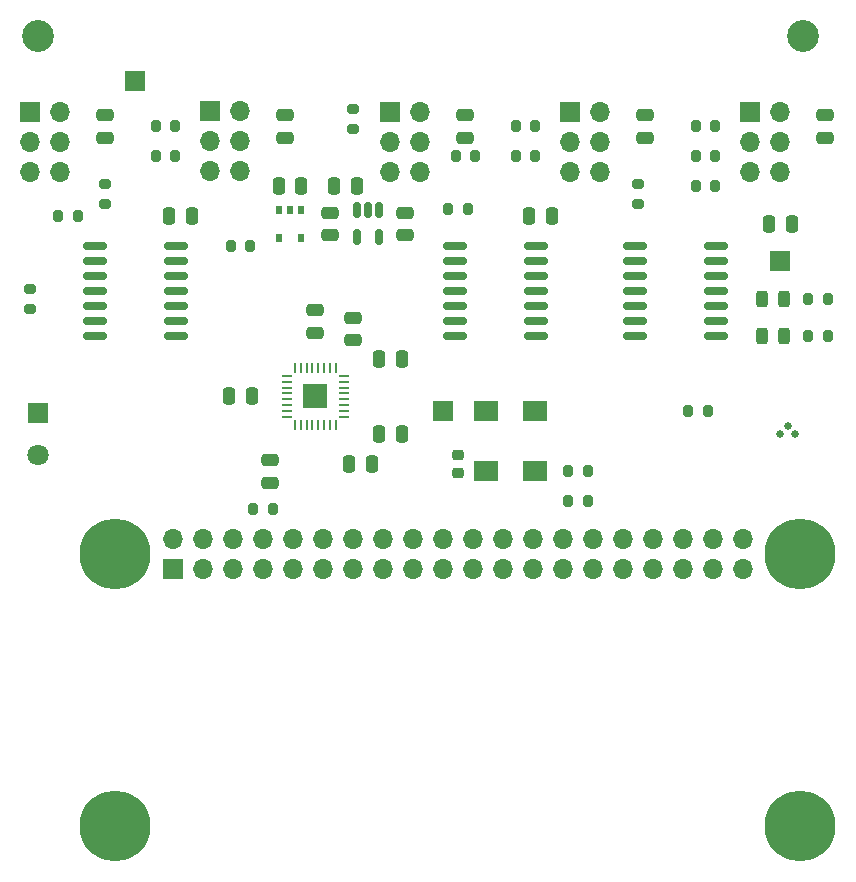
<source format=gbr>
%TF.GenerationSoftware,KiCad,Pcbnew,(6.0.0)*%
%TF.CreationDate,2022-02-07T22:24:18-06:00*%
%TF.ProjectId,PiDRO_interface,50694452-4f5f-4696-9e74-657266616365,rev?*%
%TF.SameCoordinates,Original*%
%TF.FileFunction,Soldermask,Top*%
%TF.FilePolarity,Negative*%
%FSLAX46Y46*%
G04 Gerber Fmt 4.6, Leading zero omitted, Abs format (unit mm)*
G04 Created by KiCad (PCBNEW (6.0.0)) date 2022-02-07 22:24:18*
%MOMM*%
%LPD*%
G01*
G04 APERTURE LIST*
G04 Aperture macros list*
%AMRoundRect*
0 Rectangle with rounded corners*
0 $1 Rounding radius*
0 $2 $3 $4 $5 $6 $7 $8 $9 X,Y pos of 4 corners*
0 Add a 4 corners polygon primitive as box body*
4,1,4,$2,$3,$4,$5,$6,$7,$8,$9,$2,$3,0*
0 Add four circle primitives for the rounded corners*
1,1,$1+$1,$2,$3*
1,1,$1+$1,$4,$5*
1,1,$1+$1,$6,$7*
1,1,$1+$1,$8,$9*
0 Add four rect primitives between the rounded corners*
20,1,$1+$1,$2,$3,$4,$5,0*
20,1,$1+$1,$4,$5,$6,$7,0*
20,1,$1+$1,$6,$7,$8,$9,0*
20,1,$1+$1,$8,$9,$2,$3,0*%
%AMFreePoly0*
4,1,14,0.106694,0.394194,0.125000,0.350000,0.125000,-0.350000,0.106694,-0.394194,0.062500,-0.412500,-0.009112,-0.412500,-0.053306,-0.394194,-0.106694,-0.340806,-0.125000,-0.296612,-0.125000,0.350000,-0.106694,0.394194,-0.062500,0.412500,0.062500,0.412500,0.106694,0.394194,0.106694,0.394194,$1*%
%AMFreePoly1*
4,1,14,0.106694,0.394194,0.125000,0.350000,0.125000,-0.296612,0.106694,-0.340806,0.053306,-0.394194,0.009112,-0.412500,-0.062500,-0.412500,-0.106694,-0.394194,-0.125000,-0.350000,-0.125000,0.350000,-0.106694,0.394194,-0.062500,0.412500,0.062500,0.412500,0.106694,0.394194,0.106694,0.394194,$1*%
%AMFreePoly2*
4,1,14,0.394194,0.106694,0.412500,0.062500,0.412500,-0.062500,0.394194,-0.106694,0.350000,-0.125000,-0.350000,-0.125000,-0.394194,-0.106694,-0.412500,-0.062500,-0.412500,0.009112,-0.394194,0.053306,-0.340806,0.106694,-0.296612,0.125000,0.350000,0.125000,0.394194,0.106694,0.394194,0.106694,$1*%
%AMFreePoly3*
4,1,14,0.394194,0.106694,0.412500,0.062500,0.412500,-0.062500,0.394194,-0.106694,0.350000,-0.125000,-0.296612,-0.125000,-0.340806,-0.106694,-0.394194,-0.053306,-0.412500,-0.009112,-0.412500,0.062500,-0.394194,0.106694,-0.350000,0.125000,0.350000,0.125000,0.394194,0.106694,0.394194,0.106694,$1*%
%AMFreePoly4*
4,1,14,0.053306,0.394194,0.106694,0.340806,0.125000,0.296612,0.125000,-0.350000,0.106694,-0.394194,0.062500,-0.412500,-0.062500,-0.412500,-0.106694,-0.394194,-0.125000,-0.350000,-0.125000,0.350000,-0.106694,0.394194,-0.062500,0.412500,0.009112,0.412500,0.053306,0.394194,0.053306,0.394194,$1*%
%AMFreePoly5*
4,1,14,0.106694,0.394194,0.125000,0.350000,0.125000,-0.350000,0.106694,-0.394194,0.062500,-0.412500,-0.062500,-0.412500,-0.106694,-0.394194,-0.125000,-0.350000,-0.125000,0.296612,-0.106694,0.340806,-0.053306,0.394194,-0.009112,0.412500,0.062500,0.412500,0.106694,0.394194,0.106694,0.394194,$1*%
%AMFreePoly6*
4,1,14,0.394194,0.106694,0.412500,0.062500,0.412500,-0.009112,0.394194,-0.053306,0.340806,-0.106694,0.296612,-0.125000,-0.350000,-0.125000,-0.394194,-0.106694,-0.412500,-0.062500,-0.412500,0.062500,-0.394194,0.106694,-0.350000,0.125000,0.350000,0.125000,0.394194,0.106694,0.394194,0.106694,$1*%
%AMFreePoly7*
4,1,14,0.340806,0.106694,0.394194,0.053306,0.412500,0.009112,0.412500,-0.062500,0.394194,-0.106694,0.350000,-0.125000,-0.350000,-0.125000,-0.394194,-0.106694,-0.412500,-0.062500,-0.412500,0.062500,-0.394194,0.106694,-0.350000,0.125000,0.296612,0.125000,0.340806,0.106694,0.340806,0.106694,$1*%
G04 Aperture macros list end*
%ADD10C,1.800000*%
%ADD11R,1.800000X1.800000*%
%ADD12RoundRect,0.200000X-0.200000X-0.275000X0.200000X-0.275000X0.200000X0.275000X-0.200000X0.275000X0*%
%ADD13RoundRect,0.200000X-0.275000X0.200000X-0.275000X-0.200000X0.275000X-0.200000X0.275000X0.200000X0*%
%ADD14RoundRect,0.200000X0.275000X-0.200000X0.275000X0.200000X-0.275000X0.200000X-0.275000X-0.200000X0*%
%ADD15C,2.700000*%
%ADD16RoundRect,0.250000X-0.250000X-0.475000X0.250000X-0.475000X0.250000X0.475000X-0.250000X0.475000X0*%
%ADD17RoundRect,0.150000X-0.837500X-0.150000X0.837500X-0.150000X0.837500X0.150000X-0.837500X0.150000X0*%
%ADD18R,2.000000X1.800000*%
%ADD19RoundRect,0.250000X0.475000X-0.250000X0.475000X0.250000X-0.475000X0.250000X-0.475000X-0.250000X0*%
%ADD20RoundRect,0.200000X0.200000X0.275000X-0.200000X0.275000X-0.200000X-0.275000X0.200000X-0.275000X0*%
%ADD21RoundRect,0.150000X-0.150000X0.512500X-0.150000X-0.512500X0.150000X-0.512500X0.150000X0.512500X0*%
%ADD22R,1.700000X1.700000*%
%ADD23RoundRect,0.243750X0.243750X0.456250X-0.243750X0.456250X-0.243750X-0.456250X0.243750X-0.456250X0*%
%ADD24O,1.700000X1.700000*%
%ADD25RoundRect,0.225000X0.250000X-0.225000X0.250000X0.225000X-0.250000X0.225000X-0.250000X-0.225000X0*%
%ADD26C,0.635000*%
%ADD27R,0.510000X0.700000*%
%ADD28RoundRect,0.250000X-0.475000X0.250000X-0.475000X-0.250000X0.475000X-0.250000X0.475000X0.250000X0*%
%ADD29RoundRect,0.250000X0.250000X0.475000X-0.250000X0.475000X-0.250000X-0.475000X0.250000X-0.475000X0*%
%ADD30R,2.100000X2.100000*%
%ADD31FreePoly0,0.000000*%
%ADD32RoundRect,0.062500X-0.062500X-0.350000X0.062500X-0.350000X0.062500X0.350000X-0.062500X0.350000X0*%
%ADD33FreePoly1,0.000000*%
%ADD34FreePoly2,0.000000*%
%ADD35RoundRect,0.062500X-0.350000X-0.062500X0.350000X-0.062500X0.350000X0.062500X-0.350000X0.062500X0*%
%ADD36FreePoly3,0.000000*%
%ADD37FreePoly4,0.000000*%
%ADD38FreePoly5,0.000000*%
%ADD39FreePoly6,0.000000*%
%ADD40FreePoly7,0.000000*%
%ADD41C,6.000000*%
G04 APERTURE END LIST*
D10*
%TO.C,J10*%
X94615000Y-79855000D03*
D11*
X94615000Y-76355000D03*
%TD*%
D12*
%TO.C,R21*%
X150305000Y-52070000D03*
X151955000Y-52070000D03*
%TD*%
%TO.C,R20*%
X150305000Y-54610000D03*
X151955000Y-54610000D03*
%TD*%
%TO.C,R19*%
X150305000Y-57150000D03*
X151955000Y-57150000D03*
%TD*%
%TO.C,R18*%
X135065000Y-52070000D03*
X136715000Y-52070000D03*
%TD*%
%TO.C,R17*%
X135065000Y-54610000D03*
X136715000Y-54610000D03*
%TD*%
D13*
%TO.C,R16*%
X145415000Y-56960000D03*
X145415000Y-58610000D03*
%TD*%
D14*
%TO.C,R15*%
X121285000Y-52260000D03*
X121285000Y-50610000D03*
%TD*%
D12*
%TO.C,R14*%
X129350000Y-59055000D03*
X131000000Y-59055000D03*
%TD*%
%TO.C,R13*%
X129985000Y-54610000D03*
X131635000Y-54610000D03*
%TD*%
%TO.C,R12*%
X104585000Y-52070000D03*
X106235000Y-52070000D03*
%TD*%
%TO.C,R11*%
X104585000Y-54610000D03*
X106235000Y-54610000D03*
%TD*%
%TO.C,R10*%
X110935000Y-62230000D03*
X112585000Y-62230000D03*
%TD*%
%TO.C,R9*%
X97980000Y-59690000D03*
X96330000Y-59690000D03*
%TD*%
D13*
%TO.C,R8*%
X93980000Y-65850000D03*
X93980000Y-67500000D03*
%TD*%
%TO.C,R7*%
X100330000Y-56960000D03*
X100330000Y-58610000D03*
%TD*%
D15*
%TO.C,H2*%
X159385000Y-44450000D03*
%TD*%
D16*
%TO.C,C8*%
X120970000Y-80645000D03*
X122870000Y-80645000D03*
%TD*%
D17*
%TO.C,U6*%
X145127500Y-62230000D03*
X145127500Y-63500000D03*
X145127500Y-64770000D03*
X145127500Y-66040000D03*
X145127500Y-67310000D03*
X145127500Y-68580000D03*
X145127500Y-69850000D03*
X152052500Y-69850000D03*
X152052500Y-68580000D03*
X152052500Y-67310000D03*
X152052500Y-66040000D03*
X152052500Y-64770000D03*
X152052500Y-63500000D03*
X152052500Y-62230000D03*
%TD*%
D18*
%TO.C,Y1*%
X136720000Y-81280000D03*
X136720000Y-76200000D03*
X132520000Y-76200000D03*
X132520000Y-81280000D03*
%TD*%
D19*
%TO.C,C11*%
X119380000Y-61275000D03*
X119380000Y-59375000D03*
%TD*%
D17*
%TO.C,U1*%
X99407500Y-62230000D03*
X99407500Y-63500000D03*
X99407500Y-64770000D03*
X99407500Y-66040000D03*
X99407500Y-67310000D03*
X99407500Y-68580000D03*
X99407500Y-69850000D03*
X106332500Y-69850000D03*
X106332500Y-68580000D03*
X106332500Y-67310000D03*
X106332500Y-66040000D03*
X106332500Y-64770000D03*
X106332500Y-63500000D03*
X106332500Y-62230000D03*
%TD*%
D19*
%TO.C,C6*%
X118110000Y-69530000D03*
X118110000Y-67630000D03*
%TD*%
D20*
%TO.C,R4*%
X161480000Y-69850000D03*
X159830000Y-69850000D03*
%TD*%
D21*
%TO.C,U2*%
X123505000Y-59187500D03*
X122555000Y-59187500D03*
X121605000Y-59187500D03*
X121605000Y-61462500D03*
X123505000Y-61462500D03*
%TD*%
D22*
%TO.C,J8*%
X128905000Y-76200000D03*
%TD*%
D16*
%TO.C,C15*%
X123510000Y-71755000D03*
X125410000Y-71755000D03*
%TD*%
%TO.C,C7*%
X123510000Y-78105000D03*
X125410000Y-78105000D03*
%TD*%
D23*
%TO.C,D1*%
X157782500Y-69850000D03*
X155907500Y-69850000D03*
%TD*%
D22*
%TO.C,J5*%
X154935000Y-50815000D03*
D24*
X157475000Y-50815000D03*
X154935000Y-53355000D03*
X157475000Y-53355000D03*
X154935000Y-55895000D03*
X157475000Y-55895000D03*
%TD*%
D19*
%TO.C,C17*%
X115570000Y-53020000D03*
X115570000Y-51120000D03*
%TD*%
D25*
%TO.C,C9*%
X130175000Y-81420000D03*
X130175000Y-79870000D03*
%TD*%
D19*
%TO.C,C18*%
X130810000Y-53020000D03*
X130810000Y-51120000D03*
%TD*%
D15*
%TO.C,H1*%
X94615000Y-44450000D03*
%TD*%
D22*
%TO.C,J9*%
X157480000Y-63500000D03*
%TD*%
D26*
%TO.C,icon1*%
X158115000Y-77470000D03*
X158750000Y-78105000D03*
X157480000Y-78105000D03*
%TD*%
D27*
%TO.C,U5*%
X116930000Y-59165000D03*
X115980000Y-59165000D03*
X115030000Y-59165000D03*
X115030000Y-61485000D03*
X116930000Y-61485000D03*
%TD*%
D22*
%TO.C,J3*%
X124455000Y-50815000D03*
D24*
X126995000Y-50815000D03*
X124455000Y-53355000D03*
X126995000Y-53355000D03*
X124455000Y-55895000D03*
X126995000Y-55895000D03*
%TD*%
D12*
%TO.C,R1*%
X139510000Y-83820000D03*
X141160000Y-83820000D03*
%TD*%
D22*
%TO.C,J7*%
X102870000Y-48260000D03*
%TD*%
D19*
%TO.C,C20*%
X161290000Y-53020000D03*
X161290000Y-51120000D03*
%TD*%
D20*
%TO.C,R5*%
X141160000Y-81280000D03*
X139510000Y-81280000D03*
%TD*%
D16*
%TO.C,C3*%
X156530000Y-60325000D03*
X158430000Y-60325000D03*
%TD*%
D22*
%TO.C,J2*%
X109220000Y-50800000D03*
D24*
X111760000Y-50800000D03*
X109220000Y-53340000D03*
X111760000Y-53340000D03*
X109220000Y-55880000D03*
X111760000Y-55880000D03*
%TD*%
D28*
%TO.C,C4*%
X114300000Y-80330000D03*
X114300000Y-82230000D03*
%TD*%
D17*
%TO.C,U3*%
X129887500Y-62230000D03*
X129887500Y-63500000D03*
X129887500Y-64770000D03*
X129887500Y-66040000D03*
X129887500Y-67310000D03*
X129887500Y-68580000D03*
X129887500Y-69850000D03*
X136812500Y-69850000D03*
X136812500Y-68580000D03*
X136812500Y-67310000D03*
X136812500Y-66040000D03*
X136812500Y-64770000D03*
X136812500Y-63500000D03*
X136812500Y-62230000D03*
%TD*%
D22*
%TO.C,J4*%
X139695000Y-50815000D03*
D24*
X142235000Y-50815000D03*
X139695000Y-53355000D03*
X142235000Y-53355000D03*
X139695000Y-55895000D03*
X142235000Y-55895000D03*
%TD*%
D29*
%TO.C,C1*%
X107630000Y-59690000D03*
X105730000Y-59690000D03*
%TD*%
D19*
%TO.C,C19*%
X146050000Y-53020000D03*
X146050000Y-51120000D03*
%TD*%
D22*
%TO.C,J1*%
X93980000Y-50815000D03*
D24*
X96520000Y-50815000D03*
X93980000Y-53355000D03*
X96520000Y-53355000D03*
X93980000Y-55895000D03*
X96520000Y-55895000D03*
%TD*%
D19*
%TO.C,C14*%
X125730000Y-61275000D03*
X125730000Y-59375000D03*
%TD*%
D29*
%TO.C,C13*%
X121600000Y-57150000D03*
X119700000Y-57150000D03*
%TD*%
D23*
%TO.C,D2*%
X157782500Y-66675000D03*
X155907500Y-66675000D03*
%TD*%
D19*
%TO.C,C16*%
X100330000Y-53020000D03*
X100330000Y-51120000D03*
%TD*%
D12*
%TO.C,R2*%
X149670000Y-76200000D03*
X151320000Y-76200000D03*
%TD*%
D29*
%TO.C,C10*%
X116930000Y-57150000D03*
X115030000Y-57150000D03*
%TD*%
D19*
%TO.C,C12*%
X121285000Y-70165000D03*
X121285000Y-68265000D03*
%TD*%
D12*
%TO.C,R3*%
X112840000Y-84455000D03*
X114490000Y-84455000D03*
%TD*%
D20*
%TO.C,R6*%
X161480000Y-66675000D03*
X159830000Y-66675000D03*
%TD*%
D29*
%TO.C,C5*%
X112710000Y-74930000D03*
X110810000Y-74930000D03*
%TD*%
D30*
%TO.C,U4*%
X118110000Y-74930000D03*
D31*
X116360000Y-72492500D03*
D32*
X116860000Y-72492500D03*
X117360000Y-72492500D03*
X117860000Y-72492500D03*
X118360000Y-72492500D03*
X118860000Y-72492500D03*
X119360000Y-72492500D03*
D33*
X119860000Y-72492500D03*
D34*
X120547500Y-73180000D03*
D35*
X120547500Y-73680000D03*
X120547500Y-74180000D03*
X120547500Y-74680000D03*
X120547500Y-75180000D03*
X120547500Y-75680000D03*
X120547500Y-76180000D03*
D36*
X120547500Y-76680000D03*
D37*
X119860000Y-77367500D03*
D32*
X119360000Y-77367500D03*
X118860000Y-77367500D03*
X118360000Y-77367500D03*
X117860000Y-77367500D03*
X117360000Y-77367500D03*
X116860000Y-77367500D03*
D38*
X116360000Y-77367500D03*
D39*
X115672500Y-76680000D03*
D35*
X115672500Y-76180000D03*
X115672500Y-75680000D03*
X115672500Y-75180000D03*
X115672500Y-74680000D03*
X115672500Y-74180000D03*
X115672500Y-73680000D03*
D40*
X115672500Y-73180000D03*
%TD*%
D29*
%TO.C,C2*%
X138110000Y-59690000D03*
X136210000Y-59690000D03*
%TD*%
D24*
%TO.C,J6*%
X154305000Y-86995000D03*
X154305000Y-89535000D03*
X151765000Y-86995000D03*
X151765000Y-89535000D03*
X149225000Y-86995000D03*
X149225000Y-89535000D03*
X146685000Y-86995000D03*
X146685000Y-89535000D03*
X144145000Y-86995000D03*
X144145000Y-89535000D03*
X141605000Y-86995000D03*
X141605000Y-89535000D03*
X139065000Y-86995000D03*
X139065000Y-89535000D03*
X136525000Y-86995000D03*
X136525000Y-89535000D03*
X133985000Y-86995000D03*
X133985000Y-89535000D03*
X131445000Y-86995000D03*
X131445000Y-89535000D03*
X128905000Y-86995000D03*
X128905000Y-89535000D03*
X126365000Y-86995000D03*
X126365000Y-89535000D03*
X123825000Y-86995000D03*
X123825000Y-89535000D03*
X121285000Y-86995000D03*
X121285000Y-89535000D03*
X118745000Y-86995000D03*
X118745000Y-89535000D03*
X116205000Y-86995000D03*
X116205000Y-89535000D03*
X113665000Y-86995000D03*
X113665000Y-89535000D03*
X111125000Y-86995000D03*
X111125000Y-89535000D03*
X108585000Y-86995000D03*
X108585000Y-89535000D03*
X106045000Y-86995000D03*
D22*
X106045000Y-89535000D03*
D41*
X101175000Y-88265000D03*
X159175000Y-88265000D03*
X159175000Y-111265000D03*
X101175000Y-111265000D03*
%TD*%
M02*

</source>
